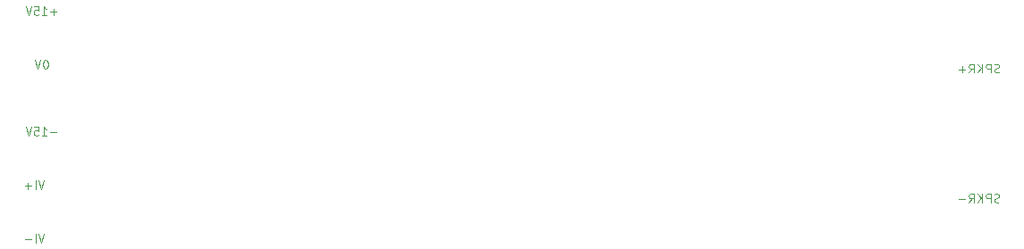
<source format=gbr>
%TF.GenerationSoftware,KiCad,Pcbnew,(6.0.2)*%
%TF.CreationDate,2022-12-26T11:42:45-08:00*%
%TF.ProjectId,discrete_op_amp,64697363-7265-4746-955f-6f705f616d70,rev?*%
%TF.SameCoordinates,Original*%
%TF.FileFunction,Legend,Bot*%
%TF.FilePolarity,Positive*%
%FSLAX46Y46*%
G04 Gerber Fmt 4.6, Leading zero omitted, Abs format (unit mm)*
G04 Created by KiCad (PCBNEW (6.0.2)) date 2022-12-26 11:42:45*
%MOMM*%
%LPD*%
G01*
G04 APERTURE LIST*
%ADD10C,0.100000*%
%ADD11C,2.000000*%
%ADD12R,3.000000X3.000000*%
%ADD13C,3.000000*%
%ADD14O,1.905000X2.000000*%
%ADD15R,1.905000X2.000000*%
%ADD16C,3.800000*%
%ADD17R,1.050000X1.500000*%
%ADD18O,1.050000X1.500000*%
G04 APERTURE END LIST*
D10*
X110058095Y-109277142D02*
X109448572Y-109277142D01*
X108648572Y-109581904D02*
X109105714Y-109581904D01*
X108877143Y-109581904D02*
X108877143Y-108781904D01*
X108953333Y-108896190D01*
X109029524Y-108972380D01*
X109105714Y-109010476D01*
X107924762Y-108781904D02*
X108305714Y-108781904D01*
X108343810Y-109162857D01*
X108305714Y-109124761D01*
X108229524Y-109086666D01*
X108039048Y-109086666D01*
X107962857Y-109124761D01*
X107924762Y-109162857D01*
X107886667Y-109239047D01*
X107886667Y-109429523D01*
X107924762Y-109505714D01*
X107962857Y-109543809D01*
X108039048Y-109581904D01*
X108229524Y-109581904D01*
X108305714Y-109543809D01*
X108343810Y-109505714D01*
X107658095Y-108781904D02*
X107391429Y-109581904D01*
X107124762Y-108781904D01*
X108838952Y-118941904D02*
X108572286Y-119741904D01*
X108305619Y-118941904D01*
X108038952Y-119741904D02*
X108038952Y-118941904D01*
X107658000Y-119437142D02*
X107048476Y-119437142D01*
X199281809Y-115893809D02*
X199167523Y-115931904D01*
X198977047Y-115931904D01*
X198900857Y-115893809D01*
X198862761Y-115855714D01*
X198824666Y-115779523D01*
X198824666Y-115703333D01*
X198862761Y-115627142D01*
X198900857Y-115589047D01*
X198977047Y-115550952D01*
X199129428Y-115512857D01*
X199205619Y-115474761D01*
X199243714Y-115436666D01*
X199281809Y-115360476D01*
X199281809Y-115284285D01*
X199243714Y-115208095D01*
X199205619Y-115170000D01*
X199129428Y-115131904D01*
X198938952Y-115131904D01*
X198824666Y-115170000D01*
X198481809Y-115931904D02*
X198481809Y-115131904D01*
X198177047Y-115131904D01*
X198100857Y-115170000D01*
X198062761Y-115208095D01*
X198024666Y-115284285D01*
X198024666Y-115398571D01*
X198062761Y-115474761D01*
X198100857Y-115512857D01*
X198177047Y-115550952D01*
X198481809Y-115550952D01*
X197681809Y-115931904D02*
X197681809Y-115131904D01*
X197224666Y-115931904D02*
X197567523Y-115474761D01*
X197224666Y-115131904D02*
X197681809Y-115589047D01*
X196424666Y-115931904D02*
X196691333Y-115550952D01*
X196881809Y-115931904D02*
X196881809Y-115131904D01*
X196577047Y-115131904D01*
X196500857Y-115170000D01*
X196462761Y-115208095D01*
X196424666Y-115284285D01*
X196424666Y-115398571D01*
X196462761Y-115474761D01*
X196500857Y-115512857D01*
X196577047Y-115550952D01*
X196881809Y-115550952D01*
X196081809Y-115627142D02*
X195472285Y-115627142D01*
X108838952Y-113861904D02*
X108572286Y-114661904D01*
X108305619Y-113861904D01*
X108038952Y-114661904D02*
X108038952Y-113861904D01*
X107658000Y-114357142D02*
X107048476Y-114357142D01*
X107353238Y-114661904D02*
X107353238Y-114052380D01*
X199281809Y-103574809D02*
X199167523Y-103612904D01*
X198977047Y-103612904D01*
X198900857Y-103574809D01*
X198862761Y-103536714D01*
X198824666Y-103460523D01*
X198824666Y-103384333D01*
X198862761Y-103308142D01*
X198900857Y-103270047D01*
X198977047Y-103231952D01*
X199129428Y-103193857D01*
X199205619Y-103155761D01*
X199243714Y-103117666D01*
X199281809Y-103041476D01*
X199281809Y-102965285D01*
X199243714Y-102889095D01*
X199205619Y-102851000D01*
X199129428Y-102812904D01*
X198938952Y-102812904D01*
X198824666Y-102851000D01*
X198481809Y-103612904D02*
X198481809Y-102812904D01*
X198177047Y-102812904D01*
X198100857Y-102851000D01*
X198062761Y-102889095D01*
X198024666Y-102965285D01*
X198024666Y-103079571D01*
X198062761Y-103155761D01*
X198100857Y-103193857D01*
X198177047Y-103231952D01*
X198481809Y-103231952D01*
X197681809Y-103612904D02*
X197681809Y-102812904D01*
X197224666Y-103612904D02*
X197567523Y-103155761D01*
X197224666Y-102812904D02*
X197681809Y-103270047D01*
X196424666Y-103612904D02*
X196691333Y-103231952D01*
X196881809Y-103612904D02*
X196881809Y-102812904D01*
X196577047Y-102812904D01*
X196500857Y-102851000D01*
X196462761Y-102889095D01*
X196424666Y-102965285D01*
X196424666Y-103079571D01*
X196462761Y-103155761D01*
X196500857Y-103193857D01*
X196577047Y-103231952D01*
X196881809Y-103231952D01*
X196081809Y-103308142D02*
X195472285Y-103308142D01*
X195777047Y-103612904D02*
X195777047Y-103003380D01*
X109029524Y-102431904D02*
X108953333Y-102431904D01*
X108877143Y-102470000D01*
X108839048Y-102508095D01*
X108800952Y-102584285D01*
X108762857Y-102736666D01*
X108762857Y-102927142D01*
X108800952Y-103079523D01*
X108839048Y-103155714D01*
X108877143Y-103193809D01*
X108953333Y-103231904D01*
X109029524Y-103231904D01*
X109105714Y-103193809D01*
X109143810Y-103155714D01*
X109181905Y-103079523D01*
X109220000Y-102927142D01*
X109220000Y-102736666D01*
X109181905Y-102584285D01*
X109143810Y-102508095D01*
X109105714Y-102470000D01*
X109029524Y-102431904D01*
X108534286Y-102431904D02*
X108267619Y-103231904D01*
X108000952Y-102431904D01*
X110058095Y-97847142D02*
X109448572Y-97847142D01*
X109753333Y-98151904D02*
X109753333Y-97542380D01*
X108648572Y-98151904D02*
X109105714Y-98151904D01*
X108877143Y-98151904D02*
X108877143Y-97351904D01*
X108953333Y-97466190D01*
X109029524Y-97542380D01*
X109105714Y-97580476D01*
X107924762Y-97351904D02*
X108305714Y-97351904D01*
X108343810Y-97732857D01*
X108305714Y-97694761D01*
X108229524Y-97656666D01*
X108039048Y-97656666D01*
X107962857Y-97694761D01*
X107924762Y-97732857D01*
X107886667Y-97809047D01*
X107886667Y-97999523D01*
X107924762Y-98075714D01*
X107962857Y-98113809D01*
X108039048Y-98151904D01*
X108229524Y-98151904D01*
X108305714Y-98113809D01*
X108343810Y-98075714D01*
X107658095Y-97351904D02*
X107391429Y-98151904D01*
X107124762Y-97351904D01*
%LPC*%
D11*
%TO.C,RV1*%
X182509000Y-122809000D03*
X180009000Y-125309000D03*
X177509000Y-122809000D03*
%TD*%
D12*
%TO.C,J1*%
X114300000Y-97790000D03*
D13*
X114300000Y-102870000D03*
X114300000Y-107950000D03*
%TD*%
D14*
%TO.C,Q23*%
X168512000Y-93639000D03*
X165972000Y-93639000D03*
D15*
X163432000Y-93639000D03*
%TD*%
D12*
%TO.C,J3*%
X114300000Y-114300000D03*
D13*
X114300000Y-119380000D03*
%TD*%
D16*
%TO.C,H4*%
X109117000Y-125730000D03*
%TD*%
%TO.C,H3*%
X198223000Y-92484000D03*
%TD*%
D15*
%TO.C,Q5*%
X169521000Y-124492500D03*
D14*
X166981000Y-124492500D03*
X164441000Y-124492500D03*
%TD*%
D17*
%TO.C,Q22*%
X164568000Y-99448000D03*
D18*
X165838000Y-99448000D03*
X167108000Y-99448000D03*
%TD*%
D16*
%TO.C,H2*%
X198120000Y-125730000D03*
%TD*%
D17*
%TO.C,Q4*%
X168632000Y-114300000D03*
D18*
X167362000Y-114300000D03*
X166092000Y-114300000D03*
%TD*%
D16*
%TO.C,H1*%
X109220000Y-92484000D03*
%TD*%
D12*
%TO.C,J2*%
X195580000Y-106680000D03*
D13*
X195580000Y-111760000D03*
%TD*%
M02*

</source>
